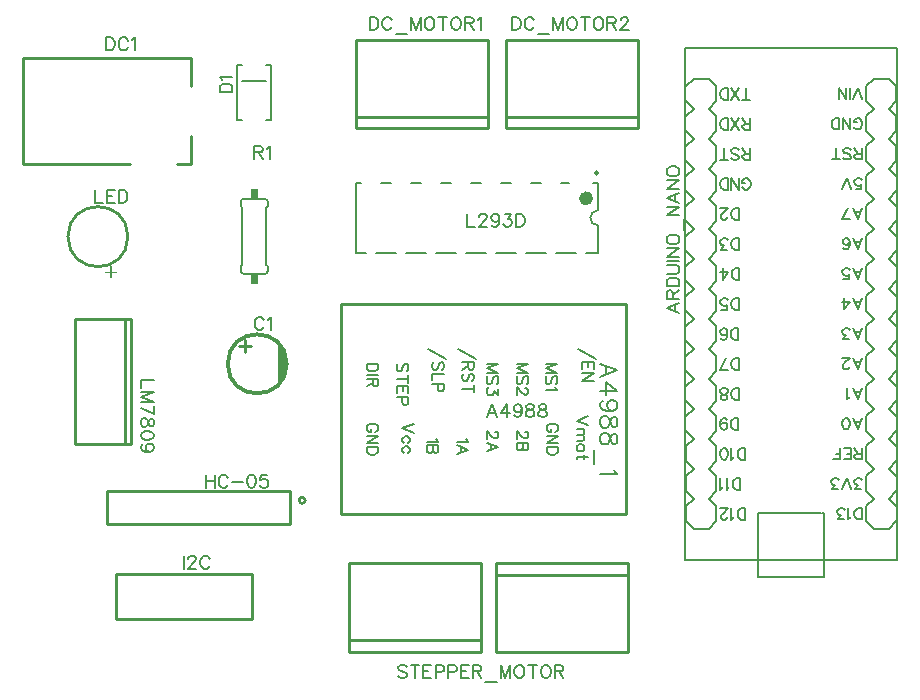
<source format=gto>
G04 Layer: TopSilkscreenLayer*
G04 EasyEDA v6.5.34, 2023-08-22 14:58:17*
G04 f83e431953fc400cbb41a7eecddf86f7,363aeda0569944ed908a43946366a132,10*
G04 Gerber Generator version 0.2*
G04 Scale: 100 percent, Rotated: No, Reflected: No *
G04 Dimensions in millimeters *
G04 leading zeros omitted , absolute positions ,4 integer and 5 decimal *
%FSLAX45Y45*%
%MOMM*%

%ADD10C,0.1524*%
%ADD11C,0.2032*%
%ADD12C,0.1500*%
%ADD13C,0.2540*%
%ADD14C,0.1520*%
%ADD15C,0.2000*%
%ADD16C,0.2500*%
%ADD17C,0.6000*%
%ADD18C,0.3000*%
%ADD19C,0.0166*%

%LPD*%
G36*
X1448409Y2132685D02*
G01*
X1448409Y2088235D01*
X1407007Y2088235D01*
X1407007Y2075789D01*
X1448409Y2075789D01*
X1448409Y2031085D01*
X1461871Y2031085D01*
X1461871Y2075789D01*
X1503273Y2075789D01*
X1503273Y2088235D01*
X1461871Y2088235D01*
X1461871Y2132685D01*
G37*
D10*
X4677156Y966215D02*
G01*
X4635500Y857250D01*
X4677156Y966215D02*
G01*
X4718558Y857250D01*
X4650993Y893571D02*
G01*
X4703063Y893571D01*
X4804918Y966215D02*
G01*
X4752847Y893571D01*
X4830825Y893571D01*
X4804918Y966215D02*
G01*
X4804918Y857250D01*
X4932679Y929894D02*
G01*
X4927600Y914400D01*
X4917186Y903986D01*
X4901438Y898652D01*
X4896358Y898652D01*
X4880609Y903986D01*
X4870450Y914400D01*
X4865115Y929894D01*
X4865115Y934973D01*
X4870450Y950721D01*
X4880609Y961136D01*
X4896358Y966215D01*
X4901438Y966215D01*
X4917186Y961136D01*
X4927600Y950721D01*
X4932679Y929894D01*
X4932679Y903986D01*
X4927600Y877823D01*
X4917186Y862329D01*
X4901438Y857250D01*
X4891024Y857250D01*
X4875529Y862329D01*
X4870450Y872744D01*
X4992877Y966215D02*
G01*
X4977384Y961136D01*
X4972050Y950721D01*
X4972050Y940307D01*
X4977384Y929894D01*
X4987797Y924560D01*
X5008625Y919479D01*
X5024120Y914400D01*
X5034534Y903986D01*
X5039613Y893571D01*
X5039613Y877823D01*
X5034534Y867410D01*
X5029200Y862329D01*
X5013706Y857250D01*
X4992877Y857250D01*
X4977384Y862329D01*
X4972050Y867410D01*
X4966970Y877823D01*
X4966970Y893571D01*
X4972050Y903986D01*
X4982463Y914400D01*
X4998211Y919479D01*
X5019040Y924560D01*
X5029200Y929894D01*
X5034534Y940307D01*
X5034534Y950721D01*
X5029200Y961136D01*
X5013706Y966215D01*
X4992877Y966215D01*
X5100065Y966215D02*
G01*
X5084318Y961136D01*
X5079238Y950721D01*
X5079238Y940307D01*
X5084318Y929894D01*
X5094731Y924560D01*
X5115559Y919479D01*
X5131054Y914400D01*
X5141468Y903986D01*
X5146802Y893571D01*
X5146802Y877823D01*
X5141468Y867410D01*
X5136388Y862329D01*
X5120640Y857250D01*
X5100065Y857250D01*
X5084318Y862329D01*
X5079238Y867410D01*
X5073904Y877823D01*
X5073904Y893571D01*
X5079238Y903986D01*
X5089652Y914400D01*
X5105145Y919479D01*
X5125974Y924560D01*
X5136388Y929894D01*
X5141468Y940307D01*
X5141468Y950721D01*
X5136388Y961136D01*
X5120640Y966215D01*
X5100065Y966215D01*
D11*
X5741670Y1252728D02*
G01*
X5596381Y1308100D01*
X5741670Y1252728D02*
G01*
X5596381Y1197355D01*
X5644895Y1287271D02*
G01*
X5644895Y1217929D01*
X5741670Y1082294D02*
G01*
X5644895Y1151636D01*
X5644895Y1047750D01*
X5741670Y1082294D02*
G01*
X5596381Y1082294D01*
X5693409Y911860D02*
G01*
X5672581Y918718D01*
X5658611Y932687D01*
X5651754Y953515D01*
X5651754Y960373D01*
X5658611Y981202D01*
X5672581Y994918D01*
X5693409Y1002029D01*
X5700268Y1002029D01*
X5721095Y994918D01*
X5734811Y981202D01*
X5741670Y960373D01*
X5741670Y953515D01*
X5734811Y932687D01*
X5721095Y918718D01*
X5693409Y911860D01*
X5658611Y911860D01*
X5624068Y918718D01*
X5603240Y932687D01*
X5596381Y953515D01*
X5596381Y967231D01*
X5603240Y988060D01*
X5617209Y994918D01*
X5741670Y831595D02*
G01*
X5734811Y852170D01*
X5721095Y859281D01*
X5707125Y859281D01*
X5693409Y852170D01*
X5686297Y838454D01*
X5679440Y810768D01*
X5672581Y789939D01*
X5658611Y775970D01*
X5644895Y769112D01*
X5624068Y769112D01*
X5610097Y775970D01*
X5603240Y783081D01*
X5596381Y803910D01*
X5596381Y831595D01*
X5603240Y852170D01*
X5610097Y859281D01*
X5624068Y866139D01*
X5644895Y866139D01*
X5658611Y859281D01*
X5672581Y845312D01*
X5679440Y824484D01*
X5686297Y796797D01*
X5693409Y783081D01*
X5707125Y775970D01*
X5721095Y775970D01*
X5734811Y783081D01*
X5741670Y803910D01*
X5741670Y831595D01*
X5741670Y688847D02*
G01*
X5734811Y709676D01*
X5721095Y716534D01*
X5707125Y716534D01*
X5693409Y709676D01*
X5686297Y695705D01*
X5679440Y668020D01*
X5672581Y647192D01*
X5658611Y633476D01*
X5644895Y626363D01*
X5624068Y626363D01*
X5610097Y633476D01*
X5603240Y640334D01*
X5596381Y661162D01*
X5596381Y688847D01*
X5603240Y709676D01*
X5610097Y716534D01*
X5624068Y723392D01*
X5644895Y723392D01*
X5658611Y716534D01*
X5672581Y702563D01*
X5679440Y681989D01*
X5686297Y654050D01*
X5693409Y640334D01*
X5707125Y633476D01*
X5721095Y633476D01*
X5734811Y640334D01*
X5741670Y661162D01*
X5741670Y688847D01*
X5547868Y580644D02*
G01*
X5547868Y455929D01*
X5713984Y410210D02*
G01*
X5721095Y396494D01*
X5741670Y375665D01*
X5596381Y375665D01*
X5560059Y1352042D02*
G01*
X5412486Y1435100D01*
X5541772Y1321562D02*
G01*
X5444743Y1321562D01*
X5541772Y1321562D02*
G01*
X5541772Y1261363D01*
X5495543Y1321562D02*
G01*
X5495543Y1284478D01*
X5444743Y1321562D02*
G01*
X5444743Y1261363D01*
X5541772Y1230884D02*
G01*
X5444743Y1230884D01*
X5541772Y1230884D02*
G01*
X5444743Y1166368D01*
X5541772Y1166368D02*
G01*
X5444743Y1166368D01*
X5232400Y1308100D02*
G01*
X5135372Y1308100D01*
X5232400Y1308100D02*
G01*
X5135372Y1271270D01*
X5232400Y1234186D02*
G01*
X5135372Y1271270D01*
X5232400Y1234186D02*
G01*
X5135372Y1234186D01*
X5218684Y1139189D02*
G01*
X5227827Y1148334D01*
X5232400Y1162050D01*
X5232400Y1180592D01*
X5227827Y1194562D01*
X5218684Y1203705D01*
X5209286Y1203705D01*
X5200141Y1199134D01*
X5195570Y1194562D01*
X5190997Y1185163D01*
X5181600Y1157478D01*
X5177027Y1148334D01*
X5172456Y1143762D01*
X5163058Y1139189D01*
X5149341Y1139189D01*
X5140197Y1148334D01*
X5135372Y1162050D01*
X5135372Y1180592D01*
X5140197Y1194562D01*
X5149341Y1203705D01*
X5213858Y1108710D02*
G01*
X5218684Y1099312D01*
X5232400Y1085595D01*
X5135372Y1085595D01*
X4986530Y1308100D02*
G01*
X4889502Y1308100D01*
X4986530Y1308100D02*
G01*
X4889502Y1271270D01*
X4986530Y1234186D02*
G01*
X4889502Y1271270D01*
X4986530Y1234186D02*
G01*
X4889502Y1234186D01*
X4972814Y1139189D02*
G01*
X4981958Y1148334D01*
X4986530Y1162050D01*
X4986530Y1180592D01*
X4981958Y1194562D01*
X4972814Y1203705D01*
X4963416Y1203705D01*
X4954272Y1199134D01*
X4949700Y1194562D01*
X4945128Y1185163D01*
X4935730Y1157478D01*
X4931158Y1148334D01*
X4926586Y1143762D01*
X4917188Y1139189D01*
X4903472Y1139189D01*
X4894328Y1148334D01*
X4889502Y1162050D01*
X4889502Y1180592D01*
X4894328Y1194562D01*
X4903472Y1203705D01*
X4963416Y1103884D02*
G01*
X4967988Y1103884D01*
X4977386Y1099312D01*
X4981958Y1094739D01*
X4986530Y1085595D01*
X4986530Y1067054D01*
X4981958Y1057910D01*
X4977386Y1053084D01*
X4967988Y1048512D01*
X4958844Y1048512D01*
X4949700Y1053084D01*
X4935730Y1062481D01*
X4889502Y1108710D01*
X4889502Y1043939D01*
X4732530Y1308100D02*
G01*
X4635502Y1308100D01*
X4732530Y1308100D02*
G01*
X4635502Y1271270D01*
X4732530Y1234186D02*
G01*
X4635502Y1271270D01*
X4732530Y1234186D02*
G01*
X4635502Y1234186D01*
X4718814Y1139189D02*
G01*
X4727958Y1148334D01*
X4732530Y1162050D01*
X4732530Y1180592D01*
X4727958Y1194562D01*
X4718814Y1203705D01*
X4709416Y1203705D01*
X4700272Y1199134D01*
X4695700Y1194562D01*
X4691128Y1185163D01*
X4681730Y1157478D01*
X4677158Y1148334D01*
X4672586Y1143762D01*
X4663188Y1139189D01*
X4649472Y1139189D01*
X4640328Y1148334D01*
X4635502Y1162050D01*
X4635502Y1180592D01*
X4640328Y1194562D01*
X4649472Y1203705D01*
X4732530Y1099312D02*
G01*
X4732530Y1048512D01*
X4695700Y1076197D01*
X4695700Y1062481D01*
X4691128Y1053084D01*
X4686302Y1048512D01*
X4672586Y1043939D01*
X4663188Y1043939D01*
X4649472Y1048512D01*
X4640328Y1057910D01*
X4635502Y1071626D01*
X4635502Y1085595D01*
X4640328Y1099312D01*
X4644900Y1103884D01*
X4654044Y1108710D01*
X4544059Y1352042D02*
G01*
X4396486Y1435100D01*
X4525772Y1321562D02*
G01*
X4428743Y1321562D01*
X4525772Y1321562D02*
G01*
X4525772Y1279905D01*
X4520945Y1266189D01*
X4516374Y1261363D01*
X4507229Y1256792D01*
X4498086Y1256792D01*
X4488688Y1261363D01*
X4484115Y1266189D01*
X4479543Y1279905D01*
X4479543Y1321562D01*
X4479543Y1289050D02*
G01*
X4428743Y1256792D01*
X4511802Y1161795D02*
G01*
X4520945Y1170939D01*
X4525772Y1184910D01*
X4525772Y1203197D01*
X4520945Y1217168D01*
X4511802Y1226312D01*
X4502658Y1226312D01*
X4493259Y1221739D01*
X4488688Y1217168D01*
X4484115Y1207770D01*
X4474972Y1180084D01*
X4470145Y1170939D01*
X4465574Y1166368D01*
X4456429Y1161795D01*
X4442459Y1161795D01*
X4433315Y1170939D01*
X4428743Y1184910D01*
X4428743Y1203197D01*
X4433315Y1217168D01*
X4442459Y1226312D01*
X4525772Y1098804D02*
G01*
X4428743Y1098804D01*
X4525772Y1131315D02*
G01*
X4525772Y1066545D01*
X4290059Y1352042D02*
G01*
X4142486Y1435100D01*
X4257802Y1256792D02*
G01*
X4266945Y1266189D01*
X4271772Y1279905D01*
X4271772Y1298447D01*
X4266945Y1312163D01*
X4257802Y1321562D01*
X4248658Y1321562D01*
X4239259Y1316989D01*
X4234688Y1312163D01*
X4230115Y1303020D01*
X4220972Y1275334D01*
X4216145Y1266189D01*
X4211574Y1261363D01*
X4202429Y1256792D01*
X4188459Y1256792D01*
X4179315Y1266189D01*
X4174743Y1279905D01*
X4174743Y1298447D01*
X4179315Y1312163D01*
X4188459Y1321562D01*
X4271772Y1226312D02*
G01*
X4174743Y1226312D01*
X4174743Y1226312D02*
G01*
X4174743Y1170939D01*
X4271772Y1140460D02*
G01*
X4174743Y1140460D01*
X4271772Y1140460D02*
G01*
X4271772Y1098804D01*
X4266945Y1085087D01*
X4262374Y1080515D01*
X4253229Y1075689D01*
X4239259Y1075689D01*
X4230115Y1080515D01*
X4225543Y1085087D01*
X4220972Y1098804D01*
X4220972Y1140460D01*
X3956814Y1243329D02*
G01*
X3965958Y1252728D01*
X3970530Y1266444D01*
X3970530Y1284986D01*
X3965958Y1298955D01*
X3956814Y1308100D01*
X3947416Y1308100D01*
X3938272Y1303528D01*
X3933700Y1298955D01*
X3929128Y1289557D01*
X3919730Y1261871D01*
X3915158Y1252728D01*
X3910586Y1248155D01*
X3901188Y1243329D01*
X3887472Y1243329D01*
X3878328Y1252728D01*
X3873502Y1266444D01*
X3873502Y1284986D01*
X3878328Y1298955D01*
X3887472Y1308100D01*
X3970530Y1180592D02*
G01*
X3873502Y1180592D01*
X3970530Y1212850D02*
G01*
X3970530Y1148334D01*
X3970530Y1117854D02*
G01*
X3873502Y1117854D01*
X3970530Y1117854D02*
G01*
X3970530Y1057910D01*
X3924302Y1117854D02*
G01*
X3924302Y1080770D01*
X3873502Y1117854D02*
G01*
X3873502Y1057910D01*
X3970530Y1027429D02*
G01*
X3873502Y1027429D01*
X3970530Y1027429D02*
G01*
X3970530Y985773D01*
X3965958Y971804D01*
X3961386Y967231D01*
X3951988Y962660D01*
X3938272Y962660D01*
X3929128Y967231D01*
X3924302Y971804D01*
X3919730Y985773D01*
X3919730Y1027429D01*
X3716530Y1308100D02*
G01*
X3619502Y1308100D01*
X3716530Y1308100D02*
G01*
X3716530Y1275842D01*
X3711958Y1261871D01*
X3702814Y1252728D01*
X3693416Y1248155D01*
X3679700Y1243329D01*
X3656586Y1243329D01*
X3642616Y1248155D01*
X3633472Y1252728D01*
X3624328Y1261871D01*
X3619502Y1275842D01*
X3619502Y1308100D01*
X3716530Y1212850D02*
G01*
X3619502Y1212850D01*
X3716530Y1182370D02*
G01*
X3619502Y1182370D01*
X3716530Y1182370D02*
G01*
X3716530Y1140968D01*
X3711958Y1126997D01*
X3707386Y1122426D01*
X3697988Y1117854D01*
X3688844Y1117854D01*
X3679700Y1122426D01*
X3675128Y1126997D01*
X3670302Y1140968D01*
X3670302Y1182370D01*
X3670302Y1150112D02*
G01*
X3619502Y1117854D01*
X5494530Y863600D02*
G01*
X5397502Y826770D01*
X5494530Y789686D02*
G01*
X5397502Y826770D01*
X5462272Y759205D02*
G01*
X5397502Y759205D01*
X5443730Y759205D02*
G01*
X5457700Y745489D01*
X5462272Y736092D01*
X5462272Y722376D01*
X5457700Y712978D01*
X5443730Y708405D01*
X5397502Y708405D01*
X5443730Y708405D02*
G01*
X5457700Y694689D01*
X5462272Y685292D01*
X5462272Y671576D01*
X5457700Y662178D01*
X5443730Y657605D01*
X5397502Y657605D01*
X5462272Y604012D02*
G01*
X5457700Y613410D01*
X5448302Y622554D01*
X5434586Y627126D01*
X5425188Y627126D01*
X5411472Y622554D01*
X5402328Y613410D01*
X5397502Y604012D01*
X5397502Y590295D01*
X5402328Y580897D01*
X5411472Y571754D01*
X5425188Y567181D01*
X5434586Y567181D01*
X5448302Y571754D01*
X5457700Y580897D01*
X5462272Y590295D01*
X5462272Y604012D01*
X5494530Y522731D02*
G01*
X5416044Y522731D01*
X5402328Y518160D01*
X5397502Y509015D01*
X5397502Y499618D01*
X5462272Y536702D02*
G01*
X5462272Y504189D01*
X5217413Y730757D02*
G01*
X5226811Y735329D01*
X5235956Y744728D01*
X5240527Y753871D01*
X5240527Y772413D01*
X5235956Y781557D01*
X5226811Y790955D01*
X5217413Y795528D01*
X5203697Y800100D01*
X5180584Y800100D01*
X5166613Y795528D01*
X5157470Y790955D01*
X5148325Y781557D01*
X5143500Y772413D01*
X5143500Y753871D01*
X5148325Y744728D01*
X5157470Y735329D01*
X5166613Y730757D01*
X5180584Y730757D01*
X5180584Y753871D02*
G01*
X5180584Y730757D01*
X5240527Y700278D02*
G01*
X5143500Y700278D01*
X5240527Y700278D02*
G01*
X5143500Y635762D01*
X5240527Y635762D02*
G01*
X5143500Y635762D01*
X5240527Y605281D02*
G01*
X5143500Y605281D01*
X5240527Y605281D02*
G01*
X5240527Y572770D01*
X5235956Y559054D01*
X5226811Y549910D01*
X5217413Y545084D01*
X5203697Y540512D01*
X5180584Y540512D01*
X5166613Y545084D01*
X5157470Y549910D01*
X5148325Y559054D01*
X5143500Y572770D01*
X5143500Y605281D01*
X4963416Y732028D02*
G01*
X4967988Y732028D01*
X4977386Y727455D01*
X4981958Y722629D01*
X4986530Y713486D01*
X4986530Y694944D01*
X4981958Y685800D01*
X4977386Y681228D01*
X4967988Y676655D01*
X4958844Y676655D01*
X4949700Y681228D01*
X4935730Y690371D01*
X4889502Y736600D01*
X4889502Y671829D01*
X4986530Y641350D02*
G01*
X4889502Y641350D01*
X4986530Y641350D02*
G01*
X4986530Y599947D01*
X4981958Y585978D01*
X4977386Y581405D01*
X4967988Y576834D01*
X4958844Y576834D01*
X4949700Y581405D01*
X4945128Y585978D01*
X4940302Y599947D01*
X4940302Y641350D02*
G01*
X4940302Y599947D01*
X4935730Y585978D01*
X4931158Y581405D01*
X4922014Y576834D01*
X4908044Y576834D01*
X4898900Y581405D01*
X4894328Y585978D01*
X4889502Y599947D01*
X4889502Y641350D01*
X4709416Y732028D02*
G01*
X4713988Y732028D01*
X4723386Y727455D01*
X4727958Y722629D01*
X4732530Y713486D01*
X4732530Y694944D01*
X4727958Y685800D01*
X4723386Y681228D01*
X4713988Y676655D01*
X4704844Y676655D01*
X4695700Y681228D01*
X4681730Y690371D01*
X4635502Y736600D01*
X4635502Y671829D01*
X4732530Y604520D02*
G01*
X4635502Y641350D01*
X4732530Y604520D02*
G01*
X4635502Y567689D01*
X4668014Y627634D02*
G01*
X4668014Y581405D01*
X4459988Y673100D02*
G01*
X4464814Y663955D01*
X4478530Y649986D01*
X4381502Y649986D01*
X4478530Y582676D02*
G01*
X4381502Y619505D01*
X4478530Y582676D02*
G01*
X4381502Y545592D01*
X4414014Y605789D02*
G01*
X4414014Y559562D01*
X4205988Y673100D02*
G01*
X4210814Y663955D01*
X4224530Y649986D01*
X4127502Y649986D01*
X4224530Y619505D02*
G01*
X4127502Y619505D01*
X4224530Y619505D02*
G01*
X4224530Y577850D01*
X4219958Y564134D01*
X4215386Y559562D01*
X4205988Y554989D01*
X4196844Y554989D01*
X4187700Y559562D01*
X4183128Y564134D01*
X4178302Y577850D01*
X4178302Y619505D02*
G01*
X4178302Y577850D01*
X4173730Y564134D01*
X4169158Y559562D01*
X4160014Y554989D01*
X4146044Y554989D01*
X4136900Y559562D01*
X4132328Y564134D01*
X4127502Y577850D01*
X4127502Y619505D01*
X4017772Y800100D02*
G01*
X3920743Y763270D01*
X4017772Y726186D02*
G01*
X3920743Y763270D01*
X3971543Y640334D02*
G01*
X3980688Y649478D01*
X3985259Y658876D01*
X3985259Y672592D01*
X3980688Y681989D01*
X3971543Y691134D01*
X3957574Y695705D01*
X3948429Y695705D01*
X3934459Y691134D01*
X3925315Y681989D01*
X3920743Y672592D01*
X3920743Y658876D01*
X3925315Y649478D01*
X3934459Y640334D01*
X3971543Y554481D02*
G01*
X3980688Y563626D01*
X3985259Y572770D01*
X3985259Y586739D01*
X3980688Y595884D01*
X3971543Y605281D01*
X3957574Y609854D01*
X3948429Y609854D01*
X3934459Y605281D01*
X3925315Y595884D01*
X3920743Y586739D01*
X3920743Y572770D01*
X3925315Y563626D01*
X3934459Y554481D01*
X3693416Y730757D02*
G01*
X3702814Y735329D01*
X3711958Y744728D01*
X3716530Y753871D01*
X3716530Y772413D01*
X3711958Y781557D01*
X3702814Y790955D01*
X3693416Y795528D01*
X3679700Y800100D01*
X3656586Y800100D01*
X3642616Y795528D01*
X3633472Y790955D01*
X3624328Y781557D01*
X3619502Y772413D01*
X3619502Y753871D01*
X3624328Y744728D01*
X3633472Y735329D01*
X3642616Y730757D01*
X3656586Y730757D01*
X3656586Y753871D02*
G01*
X3656586Y730757D01*
X3716530Y700278D02*
G01*
X3619502Y700278D01*
X3716530Y700278D02*
G01*
X3619502Y635762D01*
X3716530Y635762D02*
G01*
X3619502Y635762D01*
X3716530Y605281D02*
G01*
X3619502Y605281D01*
X3716530Y605281D02*
G01*
X3716530Y572770D01*
X3711958Y559054D01*
X3702814Y549910D01*
X3693416Y545084D01*
X3679700Y540512D01*
X3656586Y540512D01*
X3642616Y545084D01*
X3633472Y549910D01*
X3624328Y559054D01*
X3619502Y572770D01*
X3619502Y605281D01*
D10*
X6158484Y1781555D02*
G01*
X6267450Y1739900D01*
X6158484Y1781555D02*
G01*
X6267450Y1822957D01*
X6231127Y1755394D02*
G01*
X6231127Y1807463D01*
X6158484Y1857247D02*
G01*
X6267450Y1857247D01*
X6158484Y1857247D02*
G01*
X6158484Y1903984D01*
X6163563Y1919731D01*
X6168897Y1924812D01*
X6179311Y1930145D01*
X6189725Y1930145D01*
X6200140Y1924812D01*
X6205220Y1919731D01*
X6210300Y1903984D01*
X6210300Y1857247D01*
X6210300Y1893570D02*
G01*
X6267450Y1930145D01*
X6158484Y1964436D02*
G01*
X6267450Y1964436D01*
X6158484Y1964436D02*
G01*
X6158484Y2000757D01*
X6163563Y2016252D01*
X6173977Y2026665D01*
X6184391Y2032000D01*
X6200140Y2037079D01*
X6226047Y2037079D01*
X6241541Y2032000D01*
X6251956Y2026665D01*
X6262370Y2016252D01*
X6267450Y2000757D01*
X6267450Y1964436D01*
X6158484Y2071370D02*
G01*
X6236461Y2071370D01*
X6251956Y2076450D01*
X6262370Y2086863D01*
X6267450Y2102612D01*
X6267450Y2113026D01*
X6262370Y2128520D01*
X6251956Y2138934D01*
X6236461Y2144013D01*
X6158484Y2144013D01*
X6158484Y2178304D02*
G01*
X6267450Y2178304D01*
X6158484Y2212594D02*
G01*
X6267450Y2212594D01*
X6158484Y2212594D02*
G01*
X6267450Y2285492D01*
X6158484Y2285492D02*
G01*
X6267450Y2285492D01*
X6158484Y2350770D02*
G01*
X6163563Y2340610D01*
X6173977Y2330195D01*
X6184391Y2324862D01*
X6200140Y2319781D01*
X6226047Y2319781D01*
X6241541Y2324862D01*
X6251956Y2330195D01*
X6262370Y2340610D01*
X6267450Y2350770D01*
X6267450Y2371597D01*
X6262370Y2382012D01*
X6251956Y2392426D01*
X6241541Y2397760D01*
X6226047Y2402839D01*
X6200140Y2402839D01*
X6184391Y2397760D01*
X6173977Y2392426D01*
X6163563Y2382012D01*
X6158484Y2371597D01*
X6158484Y2350770D01*
X6304025Y2437129D02*
G01*
X6304025Y2530602D01*
X6158484Y2564892D02*
G01*
X6267450Y2564892D01*
X6158484Y2564892D02*
G01*
X6267450Y2637789D01*
X6158484Y2637789D02*
G01*
X6267450Y2637789D01*
X6158484Y2713481D02*
G01*
X6267450Y2672079D01*
X6158484Y2713481D02*
G01*
X6267450Y2755137D01*
X6231127Y2687573D02*
G01*
X6231127Y2739389D01*
X6158484Y2789428D02*
G01*
X6267450Y2789428D01*
X6158484Y2789428D02*
G01*
X6267450Y2862071D01*
X6158484Y2862071D02*
G01*
X6267450Y2862071D01*
X6158484Y2927604D02*
G01*
X6163563Y2917189D01*
X6173977Y2906776D01*
X6184391Y2901695D01*
X6200140Y2896362D01*
X6226047Y2896362D01*
X6241541Y2901695D01*
X6251956Y2906776D01*
X6262370Y2917189D01*
X6267450Y2927604D01*
X6267450Y2948431D01*
X6262370Y2958845D01*
X6251956Y2969260D01*
X6241541Y2974339D01*
X6226047Y2979420D01*
X6200140Y2979420D01*
X6184391Y2974339D01*
X6173977Y2969260D01*
X6163563Y2958845D01*
X6158484Y2948431D01*
X6158484Y2927604D01*
D12*
X7812605Y-7937D02*
G01*
X7812605Y87566D01*
X7812605Y-7937D02*
G01*
X7780855Y-7937D01*
X7767139Y-3365D01*
X7757995Y5524D01*
X7753423Y14668D01*
X7748851Y28384D01*
X7748851Y50990D01*
X7753423Y64706D01*
X7757995Y73850D01*
X7767139Y82994D01*
X7780855Y87566D01*
X7812605Y87566D01*
X7718879Y10096D02*
G01*
X7709989Y5524D01*
X7696273Y-7937D01*
X7696273Y87566D01*
X7657157Y-7937D02*
G01*
X7607119Y-7937D01*
X7634297Y28384D01*
X7620835Y28384D01*
X7611691Y32956D01*
X7607119Y37528D01*
X7602547Y50990D01*
X7602547Y60134D01*
X7607119Y73850D01*
X7616263Y82994D01*
X7629979Y87566D01*
X7643441Y87566D01*
X7657157Y82994D01*
X7661729Y78422D01*
X7666301Y69278D01*
X7803466Y246057D02*
G01*
X7753428Y246057D01*
X7780860Y282379D01*
X7767144Y282379D01*
X7758000Y286951D01*
X7753428Y291523D01*
X7748856Y304985D01*
X7748856Y314129D01*
X7753428Y327845D01*
X7762572Y336989D01*
X7776288Y341561D01*
X7790004Y341561D01*
X7803466Y336989D01*
X7808038Y332417D01*
X7812610Y323273D01*
X7718884Y246057D02*
G01*
X7682562Y341561D01*
X7646240Y246057D02*
G01*
X7682562Y341561D01*
X7607124Y246057D02*
G01*
X7557086Y246057D01*
X7584518Y282379D01*
X7570802Y282379D01*
X7561658Y286951D01*
X7557086Y291523D01*
X7552514Y304985D01*
X7552514Y314129D01*
X7557086Y327845D01*
X7566230Y336989D01*
X7579946Y341561D01*
X7593408Y341561D01*
X7607124Y336989D01*
X7611696Y332417D01*
X7616268Y323273D01*
X7812610Y500057D02*
G01*
X7812610Y595561D01*
X7812610Y500057D02*
G01*
X7771716Y500057D01*
X7758000Y504629D01*
X7753428Y509201D01*
X7748856Y518091D01*
X7748856Y527235D01*
X7753428Y536379D01*
X7758000Y540951D01*
X7771716Y545523D01*
X7812610Y545523D01*
X7780860Y545523D02*
G01*
X7748856Y595561D01*
X7718884Y500057D02*
G01*
X7718884Y595561D01*
X7718884Y500057D02*
G01*
X7659956Y500057D01*
X7718884Y545523D02*
G01*
X7682562Y545523D01*
X7718884Y595561D02*
G01*
X7659956Y595561D01*
X7629984Y500057D02*
G01*
X7629984Y595561D01*
X7629984Y500057D02*
G01*
X7570802Y500057D01*
X7629984Y545523D02*
G01*
X7593408Y545523D01*
X7776286Y754059D02*
G01*
X7812608Y849563D01*
X7776286Y754059D02*
G01*
X7739964Y849563D01*
X7798892Y817559D02*
G01*
X7753426Y817559D01*
X7682560Y754059D02*
G01*
X7696276Y758631D01*
X7705420Y772093D01*
X7709992Y794953D01*
X7709992Y808415D01*
X7705420Y831275D01*
X7696276Y844991D01*
X7682560Y849563D01*
X7673416Y849563D01*
X7659954Y844991D01*
X7650810Y831275D01*
X7646238Y808415D01*
X7646238Y794953D01*
X7650810Y772093D01*
X7659954Y758631D01*
X7673416Y754059D01*
X7682560Y754059D01*
X7776288Y1008057D02*
G01*
X7812610Y1103561D01*
X7776288Y1008057D02*
G01*
X7739966Y1103561D01*
X7798894Y1071557D02*
G01*
X7753428Y1071557D01*
X7709994Y1026091D02*
G01*
X7700850Y1021519D01*
X7687134Y1008057D01*
X7687134Y1103561D01*
X7776286Y1262059D02*
G01*
X7812608Y1357563D01*
X7776286Y1262059D02*
G01*
X7739964Y1357563D01*
X7798892Y1325559D02*
G01*
X7753426Y1325559D01*
X7705420Y1284665D02*
G01*
X7705420Y1280093D01*
X7700848Y1271203D01*
X7696276Y1266631D01*
X7687132Y1262059D01*
X7669098Y1262059D01*
X7659954Y1266631D01*
X7655382Y1271203D01*
X7650810Y1280093D01*
X7650810Y1289237D01*
X7655382Y1298381D01*
X7664526Y1312097D01*
X7709992Y1357563D01*
X7646238Y1357563D01*
X7776286Y1516059D02*
G01*
X7812608Y1611563D01*
X7776286Y1516059D02*
G01*
X7739964Y1611563D01*
X7798892Y1579559D02*
G01*
X7753426Y1579559D01*
X7700848Y1516059D02*
G01*
X7650810Y1516059D01*
X7677988Y1552381D01*
X7664526Y1552381D01*
X7655382Y1556953D01*
X7650810Y1561525D01*
X7646238Y1574987D01*
X7646238Y1584131D01*
X7650810Y1597847D01*
X7659954Y1606991D01*
X7673416Y1611563D01*
X7687132Y1611563D01*
X7700848Y1606991D01*
X7705420Y1602419D01*
X7709992Y1593275D01*
X7776283Y1770062D02*
G01*
X7812605Y1865566D01*
X7776283Y1770062D02*
G01*
X7739961Y1865566D01*
X7798889Y1833562D02*
G01*
X7753423Y1833562D01*
X7664523Y1770062D02*
G01*
X7709989Y1833562D01*
X7641663Y1833562D01*
X7664523Y1770062D02*
G01*
X7664523Y1865566D01*
X7776286Y2024059D02*
G01*
X7812608Y2119563D01*
X7776286Y2024059D02*
G01*
X7739964Y2119563D01*
X7798892Y2087559D02*
G01*
X7753426Y2087559D01*
X7655382Y2024059D02*
G01*
X7700848Y2024059D01*
X7705420Y2064953D01*
X7700848Y2060381D01*
X7687132Y2055809D01*
X7673416Y2055809D01*
X7659954Y2060381D01*
X7650810Y2069525D01*
X7646238Y2082987D01*
X7646238Y2092131D01*
X7650810Y2105847D01*
X7659954Y2114991D01*
X7673416Y2119563D01*
X7687132Y2119563D01*
X7700848Y2114991D01*
X7705420Y2110419D01*
X7709992Y2101275D01*
X7776283Y2278062D02*
G01*
X7812605Y2373566D01*
X7776283Y2278062D02*
G01*
X7739961Y2373566D01*
X7798889Y2341562D02*
G01*
X7753423Y2341562D01*
X7655379Y2291524D02*
G01*
X7659951Y2282634D01*
X7673413Y2278062D01*
X7682557Y2278062D01*
X7696273Y2282634D01*
X7705417Y2296096D01*
X7709989Y2318956D01*
X7709989Y2341562D01*
X7705417Y2359850D01*
X7696273Y2368994D01*
X7682557Y2373566D01*
X7677985Y2373566D01*
X7664523Y2368994D01*
X7655379Y2359850D01*
X7650807Y2346134D01*
X7650807Y2341562D01*
X7655379Y2328100D01*
X7664523Y2318956D01*
X7677985Y2314384D01*
X7682557Y2314384D01*
X7696273Y2318956D01*
X7705417Y2328100D01*
X7709989Y2341562D01*
X7776286Y2532059D02*
G01*
X7812608Y2627563D01*
X7776286Y2532059D02*
G01*
X7739964Y2627563D01*
X7798892Y2595559D02*
G01*
X7753426Y2595559D01*
X7646238Y2532059D02*
G01*
X7691704Y2627563D01*
X7709992Y2532059D02*
G01*
X7646238Y2532059D01*
X7757998Y2786059D02*
G01*
X7803464Y2786059D01*
X7808036Y2826953D01*
X7803464Y2822381D01*
X7790002Y2817809D01*
X7776286Y2817809D01*
X7762570Y2822381D01*
X7753426Y2831525D01*
X7748854Y2844987D01*
X7748854Y2854131D01*
X7753426Y2867847D01*
X7762570Y2876991D01*
X7776286Y2881563D01*
X7790002Y2881563D01*
X7803464Y2876991D01*
X7808036Y2872419D01*
X7812608Y2863275D01*
X7718882Y2786059D02*
G01*
X7682560Y2881563D01*
X7646238Y2786059D02*
G01*
X7682560Y2881563D01*
X7812610Y3040057D02*
G01*
X7812610Y3135561D01*
X7812610Y3040057D02*
G01*
X7771716Y3040057D01*
X7758000Y3044629D01*
X7753428Y3049201D01*
X7748856Y3058091D01*
X7748856Y3067235D01*
X7753428Y3076379D01*
X7758000Y3080951D01*
X7771716Y3085523D01*
X7812610Y3085523D01*
X7780860Y3085523D02*
G01*
X7748856Y3135561D01*
X7655384Y3053519D02*
G01*
X7664528Y3044629D01*
X7677990Y3040057D01*
X7696278Y3040057D01*
X7709994Y3044629D01*
X7718884Y3053519D01*
X7718884Y3062663D01*
X7714312Y3071807D01*
X7709994Y3076379D01*
X7700850Y3080951D01*
X7673418Y3090095D01*
X7664528Y3094413D01*
X7659956Y3098985D01*
X7655384Y3108129D01*
X7655384Y3121845D01*
X7664528Y3130989D01*
X7677990Y3135561D01*
X7696278Y3135561D01*
X7709994Y3130989D01*
X7718884Y3121845D01*
X7593408Y3040057D02*
G01*
X7593408Y3135561D01*
X7625412Y3040057D02*
G01*
X7561658Y3040057D01*
X7744536Y3316665D02*
G01*
X7748854Y3307521D01*
X7757998Y3298631D01*
X7767142Y3294059D01*
X7785430Y3294059D01*
X7794320Y3298631D01*
X7803464Y3307521D01*
X7808036Y3316665D01*
X7812608Y3330381D01*
X7812608Y3352987D01*
X7808036Y3366703D01*
X7803464Y3375847D01*
X7794320Y3384991D01*
X7785430Y3389563D01*
X7767142Y3389563D01*
X7757998Y3384991D01*
X7748854Y3375847D01*
X7744536Y3366703D01*
X7744536Y3352987D01*
X7767142Y3352987D02*
G01*
X7744536Y3352987D01*
X7714310Y3294059D02*
G01*
X7714310Y3389563D01*
X7714310Y3294059D02*
G01*
X7650810Y3389563D01*
X7650810Y3294059D02*
G01*
X7650810Y3389563D01*
X7620838Y3294059D02*
G01*
X7620838Y3389563D01*
X7620838Y3294059D02*
G01*
X7589088Y3294059D01*
X7575372Y3298631D01*
X7566228Y3307521D01*
X7561656Y3316665D01*
X7557084Y3330381D01*
X7557084Y3352987D01*
X7561656Y3366703D01*
X7566228Y3375847D01*
X7575372Y3384991D01*
X7589088Y3389563D01*
X7620838Y3389563D01*
X7812605Y3548062D02*
G01*
X7776283Y3643566D01*
X7739961Y3548062D02*
G01*
X7776283Y3643566D01*
X7709989Y3548062D02*
G01*
X7709989Y3643566D01*
X7679763Y3548062D02*
G01*
X7679763Y3643566D01*
X7679763Y3548062D02*
G01*
X7616263Y3643566D01*
X7616263Y3548062D02*
G01*
X7616263Y3643566D01*
X6823707Y-9941D02*
G01*
X6823707Y85562D01*
X6823707Y-9941D02*
G01*
X6791957Y-9941D01*
X6778241Y-5369D01*
X6769097Y3520D01*
X6764525Y12664D01*
X6759953Y26380D01*
X6759953Y48986D01*
X6764525Y62702D01*
X6769097Y71846D01*
X6778241Y80990D01*
X6791957Y85562D01*
X6823707Y85562D01*
X6729981Y8092D02*
G01*
X6721091Y3520D01*
X6707375Y-9941D01*
X6707375Y85562D01*
X6672831Y12664D02*
G01*
X6672831Y8092D01*
X6668259Y-797D01*
X6663687Y-5369D01*
X6654543Y-9941D01*
X6636509Y-9941D01*
X6627365Y-5369D01*
X6622793Y-797D01*
X6618221Y8092D01*
X6618221Y17236D01*
X6622793Y26380D01*
X6631937Y40096D01*
X6677403Y85562D01*
X6613649Y85562D01*
X6782813Y244055D02*
G01*
X6782813Y339559D01*
X6782813Y244055D02*
G01*
X6751063Y244055D01*
X6737347Y248627D01*
X6728203Y257517D01*
X6723631Y266661D01*
X6719059Y280377D01*
X6719059Y302983D01*
X6723631Y316699D01*
X6728203Y325843D01*
X6737347Y334987D01*
X6751063Y339559D01*
X6782813Y339559D01*
X6689087Y262089D02*
G01*
X6680197Y257517D01*
X6666481Y244055D01*
X6666481Y339559D01*
X6636509Y262089D02*
G01*
X6627365Y257517D01*
X6613649Y244055D01*
X6613649Y339559D01*
X6823707Y498058D02*
G01*
X6823707Y593562D01*
X6823707Y498058D02*
G01*
X6791957Y498058D01*
X6778241Y502630D01*
X6769097Y511520D01*
X6764525Y520664D01*
X6759953Y534380D01*
X6759953Y556986D01*
X6764525Y570702D01*
X6769097Y579846D01*
X6778241Y588990D01*
X6791957Y593562D01*
X6823707Y593562D01*
X6729981Y516092D02*
G01*
X6721091Y511520D01*
X6707375Y498058D01*
X6707375Y593562D01*
X6649971Y498058D02*
G01*
X6663687Y502630D01*
X6672831Y516092D01*
X6677403Y538952D01*
X6677403Y552414D01*
X6672831Y575274D01*
X6663687Y588990D01*
X6649971Y593562D01*
X6641081Y593562D01*
X6627365Y588990D01*
X6618221Y575274D01*
X6613649Y552414D01*
X6613649Y538952D01*
X6618221Y516092D01*
X6627365Y502630D01*
X6641081Y498058D01*
X6649971Y498058D01*
X6766303Y752058D02*
G01*
X6766303Y847562D01*
X6766303Y752058D02*
G01*
X6734553Y752058D01*
X6720837Y756630D01*
X6711693Y765520D01*
X6707121Y774664D01*
X6702549Y788380D01*
X6702549Y810986D01*
X6707121Y824702D01*
X6711693Y833846D01*
X6720837Y842990D01*
X6734553Y847562D01*
X6766303Y847562D01*
X6613649Y783808D02*
G01*
X6618221Y797524D01*
X6627111Y806414D01*
X6640827Y810986D01*
X6645399Y810986D01*
X6659115Y806414D01*
X6668005Y797524D01*
X6672577Y783808D01*
X6672577Y779236D01*
X6668005Y765520D01*
X6659115Y756630D01*
X6645399Y752058D01*
X6640827Y752058D01*
X6627111Y756630D01*
X6618221Y765520D01*
X6613649Y783808D01*
X6613649Y806414D01*
X6618221Y829274D01*
X6627111Y842990D01*
X6640827Y847562D01*
X6649971Y847562D01*
X6663687Y842990D01*
X6668005Y833846D01*
X6770875Y1006055D02*
G01*
X6770875Y1101559D01*
X6770875Y1006055D02*
G01*
X6739125Y1006055D01*
X6725409Y1010627D01*
X6716265Y1019517D01*
X6711693Y1028661D01*
X6707121Y1042377D01*
X6707121Y1064983D01*
X6711693Y1078699D01*
X6716265Y1087843D01*
X6725409Y1096987D01*
X6739125Y1101559D01*
X6770875Y1101559D01*
X6654543Y1006055D02*
G01*
X6668259Y1010627D01*
X6672577Y1019517D01*
X6672577Y1028661D01*
X6668259Y1037805D01*
X6659115Y1042377D01*
X6640827Y1046949D01*
X6627365Y1051521D01*
X6618221Y1060411D01*
X6613649Y1069555D01*
X6613649Y1083271D01*
X6618221Y1092415D01*
X6622793Y1096987D01*
X6636255Y1101559D01*
X6654543Y1101559D01*
X6668259Y1096987D01*
X6672577Y1092415D01*
X6677149Y1083271D01*
X6677149Y1069555D01*
X6672577Y1060411D01*
X6663687Y1051521D01*
X6649971Y1046949D01*
X6631683Y1042377D01*
X6622793Y1037805D01*
X6618221Y1028661D01*
X6618221Y1019517D01*
X6622793Y1010627D01*
X6636255Y1006055D01*
X6654543Y1006055D01*
X6770875Y1260058D02*
G01*
X6770875Y1355562D01*
X6770875Y1260058D02*
G01*
X6739125Y1260058D01*
X6725409Y1264630D01*
X6716265Y1273520D01*
X6711693Y1282664D01*
X6707121Y1296380D01*
X6707121Y1318986D01*
X6711693Y1332702D01*
X6716265Y1341846D01*
X6725409Y1350990D01*
X6739125Y1355562D01*
X6770875Y1355562D01*
X6613649Y1260058D02*
G01*
X6659115Y1355562D01*
X6677149Y1260058D02*
G01*
X6613649Y1260058D01*
X6766303Y1514058D02*
G01*
X6766303Y1609562D01*
X6766303Y1514058D02*
G01*
X6734553Y1514058D01*
X6720837Y1518630D01*
X6711693Y1527520D01*
X6707121Y1536664D01*
X6702549Y1550380D01*
X6702549Y1572986D01*
X6707121Y1586702D01*
X6711693Y1595846D01*
X6720837Y1604990D01*
X6734553Y1609562D01*
X6766303Y1609562D01*
X6618221Y1527520D02*
G01*
X6622793Y1518630D01*
X6636255Y1514058D01*
X6645399Y1514058D01*
X6659115Y1518630D01*
X6668005Y1532092D01*
X6672577Y1554952D01*
X6672577Y1577558D01*
X6668005Y1595846D01*
X6659115Y1604990D01*
X6645399Y1609562D01*
X6640827Y1609562D01*
X6627111Y1604990D01*
X6618221Y1595846D01*
X6613649Y1582130D01*
X6613649Y1577558D01*
X6618221Y1564096D01*
X6627111Y1554952D01*
X6640827Y1550380D01*
X6645399Y1550380D01*
X6659115Y1554952D01*
X6668005Y1564096D01*
X6672577Y1577558D01*
X6770875Y1768055D02*
G01*
X6770875Y1863559D01*
X6770875Y1768055D02*
G01*
X6739125Y1768055D01*
X6725409Y1772627D01*
X6716265Y1781517D01*
X6711693Y1790661D01*
X6707121Y1804377D01*
X6707121Y1826983D01*
X6711693Y1840699D01*
X6716265Y1849843D01*
X6725409Y1858987D01*
X6739125Y1863559D01*
X6770875Y1863559D01*
X6622793Y1768055D02*
G01*
X6668259Y1768055D01*
X6672577Y1808949D01*
X6668259Y1804377D01*
X6654543Y1799805D01*
X6640827Y1799805D01*
X6627365Y1804377D01*
X6618221Y1813521D01*
X6613649Y1826983D01*
X6613649Y1836127D01*
X6618221Y1849843D01*
X6627365Y1858987D01*
X6640827Y1863559D01*
X6654543Y1863559D01*
X6668259Y1858987D01*
X6672577Y1854415D01*
X6677149Y1845271D01*
X6775447Y2022058D02*
G01*
X6775447Y2117562D01*
X6775447Y2022058D02*
G01*
X6743697Y2022058D01*
X6729981Y2026630D01*
X6720837Y2035520D01*
X6716265Y2044664D01*
X6711693Y2058380D01*
X6711693Y2080986D01*
X6716265Y2094702D01*
X6720837Y2103846D01*
X6729981Y2112990D01*
X6743697Y2117562D01*
X6775447Y2117562D01*
X6636255Y2022058D02*
G01*
X6681721Y2085558D01*
X6613649Y2085558D01*
X6636255Y2022058D02*
G01*
X6636255Y2117562D01*
X6770875Y2276058D02*
G01*
X6770875Y2371562D01*
X6770875Y2276058D02*
G01*
X6739125Y2276058D01*
X6725409Y2280630D01*
X6716265Y2289520D01*
X6711693Y2298664D01*
X6707121Y2312380D01*
X6707121Y2334986D01*
X6711693Y2348702D01*
X6716265Y2357846D01*
X6725409Y2366990D01*
X6739125Y2371562D01*
X6770875Y2371562D01*
X6668259Y2276058D02*
G01*
X6618221Y2276058D01*
X6645399Y2312380D01*
X6631683Y2312380D01*
X6622793Y2316952D01*
X6618221Y2321524D01*
X6613649Y2334986D01*
X6613649Y2344130D01*
X6618221Y2357846D01*
X6627365Y2366990D01*
X6640827Y2371562D01*
X6654543Y2371562D01*
X6668259Y2366990D01*
X6672577Y2362418D01*
X6677149Y2353274D01*
X6770875Y2530055D02*
G01*
X6770875Y2625559D01*
X6770875Y2530055D02*
G01*
X6739125Y2530055D01*
X6725409Y2534627D01*
X6716265Y2543517D01*
X6711693Y2552661D01*
X6707121Y2566377D01*
X6707121Y2588983D01*
X6711693Y2602699D01*
X6716265Y2611843D01*
X6725409Y2620987D01*
X6739125Y2625559D01*
X6770875Y2625559D01*
X6672577Y2552661D02*
G01*
X6672577Y2548089D01*
X6668259Y2539199D01*
X6663687Y2534627D01*
X6654543Y2530055D01*
X6636255Y2530055D01*
X6627365Y2534627D01*
X6622793Y2539199D01*
X6618221Y2548089D01*
X6618221Y2557233D01*
X6622793Y2566377D01*
X6631683Y2580093D01*
X6677149Y2625559D01*
X6613649Y2625559D01*
X6801101Y2806664D02*
G01*
X6805419Y2797520D01*
X6814563Y2788630D01*
X6823707Y2784058D01*
X6841995Y2784058D01*
X6850885Y2788630D01*
X6860029Y2797520D01*
X6864601Y2806664D01*
X6869173Y2820380D01*
X6869173Y2842986D01*
X6864601Y2856702D01*
X6860029Y2865846D01*
X6850885Y2874990D01*
X6841995Y2879562D01*
X6823707Y2879562D01*
X6814563Y2874990D01*
X6805419Y2865846D01*
X6801101Y2856702D01*
X6801101Y2842986D01*
X6823707Y2842986D02*
G01*
X6801101Y2842986D01*
X6770875Y2784058D02*
G01*
X6770875Y2879562D01*
X6770875Y2784058D02*
G01*
X6707375Y2879562D01*
X6707375Y2784058D02*
G01*
X6707375Y2879562D01*
X6677403Y2784058D02*
G01*
X6677403Y2879562D01*
X6677403Y2784058D02*
G01*
X6645653Y2784058D01*
X6631937Y2788630D01*
X6622793Y2797520D01*
X6618221Y2806664D01*
X6613649Y2820380D01*
X6613649Y2842986D01*
X6618221Y2856702D01*
X6622793Y2865846D01*
X6631937Y2874990D01*
X6645653Y2879562D01*
X6677403Y2879562D01*
X6864601Y3038058D02*
G01*
X6864601Y3133562D01*
X6864601Y3038058D02*
G01*
X6823707Y3038058D01*
X6809991Y3042630D01*
X6805419Y3047202D01*
X6800847Y3056092D01*
X6800847Y3065236D01*
X6805419Y3074380D01*
X6809991Y3078952D01*
X6823707Y3083524D01*
X6864601Y3083524D01*
X6832851Y3083524D02*
G01*
X6800847Y3133562D01*
X6707375Y3051520D02*
G01*
X6716519Y3042630D01*
X6729981Y3038058D01*
X6748269Y3038058D01*
X6761985Y3042630D01*
X6770875Y3051520D01*
X6770875Y3060664D01*
X6766303Y3069808D01*
X6761985Y3074380D01*
X6752841Y3078952D01*
X6725409Y3088096D01*
X6716519Y3092414D01*
X6711947Y3096986D01*
X6707375Y3106130D01*
X6707375Y3119846D01*
X6716519Y3128990D01*
X6729981Y3133562D01*
X6748269Y3133562D01*
X6761985Y3128990D01*
X6770875Y3119846D01*
X6645399Y3038058D02*
G01*
X6645399Y3133562D01*
X6677403Y3038058D02*
G01*
X6613649Y3038058D01*
X6864601Y3292055D02*
G01*
X6864601Y3387559D01*
X6864601Y3292055D02*
G01*
X6823707Y3292055D01*
X6809991Y3296627D01*
X6805419Y3301199D01*
X6800847Y3310089D01*
X6800847Y3319233D01*
X6805419Y3328377D01*
X6809991Y3332949D01*
X6823707Y3337521D01*
X6864601Y3337521D01*
X6832851Y3337521D02*
G01*
X6800847Y3387559D01*
X6770875Y3292055D02*
G01*
X6707375Y3387559D01*
X6707375Y3292055D02*
G01*
X6770875Y3387559D01*
X6677403Y3292055D02*
G01*
X6677403Y3387559D01*
X6677403Y3292055D02*
G01*
X6645399Y3292055D01*
X6631937Y3296627D01*
X6622793Y3305517D01*
X6618221Y3314661D01*
X6613649Y3328377D01*
X6613649Y3350983D01*
X6618221Y3364699D01*
X6622793Y3373843D01*
X6631937Y3382987D01*
X6645399Y3387559D01*
X6677403Y3387559D01*
X6832851Y3546058D02*
G01*
X6832851Y3641562D01*
X6864601Y3546058D02*
G01*
X6800847Y3546058D01*
X6770875Y3546058D02*
G01*
X6707375Y3641562D01*
X6707375Y3546058D02*
G01*
X6770875Y3641562D01*
X6677403Y3546058D02*
G01*
X6677403Y3641562D01*
X6677403Y3546058D02*
G01*
X6645399Y3546058D01*
X6631937Y3550630D01*
X6622793Y3559520D01*
X6618221Y3568664D01*
X6613649Y3582380D01*
X6613649Y3604986D01*
X6618221Y3618702D01*
X6622793Y3627846D01*
X6631937Y3636990D01*
X6645399Y3641562D01*
X6677403Y3641562D01*
D10*
X2748178Y1676907D02*
G01*
X2742844Y1687321D01*
X2732430Y1697736D01*
X2722270Y1702815D01*
X2701442Y1702815D01*
X2691028Y1697736D01*
X2680614Y1687321D01*
X2675280Y1676907D01*
X2670200Y1661160D01*
X2670200Y1635252D01*
X2675280Y1619757D01*
X2680614Y1609344D01*
X2691028Y1598929D01*
X2701442Y1593850D01*
X2722270Y1593850D01*
X2732430Y1598929D01*
X2742844Y1609344D01*
X2748178Y1619757D01*
X2782468Y1681987D02*
G01*
X2792882Y1687321D01*
X2808376Y1702815D01*
X2808376Y1593850D01*
X2373884Y3606800D02*
G01*
X2482850Y3606800D01*
X2373884Y3606800D02*
G01*
X2373884Y3643121D01*
X2378963Y3658870D01*
X2389377Y3669029D01*
X2399791Y3674363D01*
X2415540Y3679444D01*
X2441447Y3679444D01*
X2456941Y3674363D01*
X2467356Y3669029D01*
X2477770Y3658870D01*
X2482850Y3643121D01*
X2482850Y3606800D01*
X2394711Y3713734D02*
G01*
X2389377Y3724147D01*
X2373884Y3739895D01*
X2482850Y3739895D01*
X1412161Y4071421D02*
G01*
X1412161Y3962455D01*
X1412161Y4071421D02*
G01*
X1448483Y4071421D01*
X1464231Y4066341D01*
X1474391Y4055927D01*
X1479725Y4045513D01*
X1484805Y4029765D01*
X1484805Y4003857D01*
X1479725Y3988363D01*
X1474391Y3977949D01*
X1464231Y3967535D01*
X1448483Y3962455D01*
X1412161Y3962455D01*
X1597073Y4045513D02*
G01*
X1591993Y4055927D01*
X1581579Y4066341D01*
X1571165Y4071421D01*
X1550337Y4071421D01*
X1539923Y4066341D01*
X1529509Y4055927D01*
X1524429Y4045513D01*
X1519095Y4029765D01*
X1519095Y4003857D01*
X1524429Y3988363D01*
X1529509Y3977949D01*
X1539923Y3967535D01*
X1550337Y3962455D01*
X1571165Y3962455D01*
X1581579Y3967535D01*
X1591993Y3977949D01*
X1597073Y3988363D01*
X1631363Y4050593D02*
G01*
X1641777Y4055927D01*
X1657271Y4071421D01*
X1657271Y3962455D01*
X3644900Y4242815D02*
G01*
X3644900Y4133850D01*
X3644900Y4242815D02*
G01*
X3681222Y4242815D01*
X3696970Y4237736D01*
X3707129Y4227321D01*
X3712463Y4216907D01*
X3717543Y4201160D01*
X3717543Y4175252D01*
X3712463Y4159757D01*
X3707129Y4149344D01*
X3696970Y4138929D01*
X3681222Y4133850D01*
X3644900Y4133850D01*
X3829811Y4216907D02*
G01*
X3824731Y4227321D01*
X3814318Y4237736D01*
X3803904Y4242815D01*
X3783075Y4242815D01*
X3772661Y4237736D01*
X3762247Y4227321D01*
X3757168Y4216907D01*
X3751834Y4201160D01*
X3751834Y4175252D01*
X3757168Y4159757D01*
X3762247Y4149344D01*
X3772661Y4138929D01*
X3783075Y4133850D01*
X3803904Y4133850D01*
X3814318Y4138929D01*
X3824731Y4149344D01*
X3829811Y4159757D01*
X3864102Y4097273D02*
G01*
X3957574Y4097273D01*
X3991863Y4242815D02*
G01*
X3991863Y4133850D01*
X3991863Y4242815D02*
G01*
X4033520Y4133850D01*
X4075175Y4242815D02*
G01*
X4033520Y4133850D01*
X4075175Y4242815D02*
G01*
X4075175Y4133850D01*
X4140454Y4242815D02*
G01*
X4130040Y4237736D01*
X4119879Y4227321D01*
X4114545Y4216907D01*
X4109465Y4201160D01*
X4109465Y4175252D01*
X4114545Y4159757D01*
X4119879Y4149344D01*
X4130040Y4138929D01*
X4140454Y4133850D01*
X4161281Y4133850D01*
X4171695Y4138929D01*
X4182109Y4149344D01*
X4187190Y4159757D01*
X4192524Y4175252D01*
X4192524Y4201160D01*
X4187190Y4216907D01*
X4182109Y4227321D01*
X4171695Y4237736D01*
X4161281Y4242815D01*
X4140454Y4242815D01*
X4263136Y4242815D02*
G01*
X4263136Y4133850D01*
X4226813Y4242815D02*
G01*
X4299458Y4242815D01*
X4364990Y4242815D02*
G01*
X4354575Y4237736D01*
X4344161Y4227321D01*
X4339081Y4216907D01*
X4333747Y4201160D01*
X4333747Y4175252D01*
X4339081Y4159757D01*
X4344161Y4149344D01*
X4354575Y4138929D01*
X4364990Y4133850D01*
X4385818Y4133850D01*
X4396231Y4138929D01*
X4406645Y4149344D01*
X4411725Y4159757D01*
X4417059Y4175252D01*
X4417059Y4201160D01*
X4411725Y4216907D01*
X4406645Y4227321D01*
X4396231Y4237736D01*
X4385818Y4242815D01*
X4364990Y4242815D01*
X4451350Y4242815D02*
G01*
X4451350Y4133850D01*
X4451350Y4242815D02*
G01*
X4498086Y4242815D01*
X4513579Y4237736D01*
X4518659Y4232402D01*
X4523993Y4221987D01*
X4523993Y4211573D01*
X4518659Y4201160D01*
X4513579Y4196079D01*
X4498086Y4191000D01*
X4451350Y4191000D01*
X4487672Y4191000D02*
G01*
X4523993Y4133850D01*
X4558284Y4221987D02*
G01*
X4568697Y4227321D01*
X4584191Y4242815D01*
X4584191Y4133850D01*
X4851400Y4242815D02*
G01*
X4851400Y4133850D01*
X4851400Y4242815D02*
G01*
X4887722Y4242815D01*
X4903470Y4237736D01*
X4913629Y4227321D01*
X4918963Y4216907D01*
X4924043Y4201160D01*
X4924043Y4175252D01*
X4918963Y4159757D01*
X4913629Y4149344D01*
X4903470Y4138929D01*
X4887722Y4133850D01*
X4851400Y4133850D01*
X5036311Y4216907D02*
G01*
X5031231Y4227321D01*
X5020818Y4237736D01*
X5010404Y4242815D01*
X4989575Y4242815D01*
X4979161Y4237736D01*
X4968747Y4227321D01*
X4963668Y4216907D01*
X4958334Y4201160D01*
X4958334Y4175252D01*
X4963668Y4159757D01*
X4968747Y4149344D01*
X4979161Y4138929D01*
X4989575Y4133850D01*
X5010404Y4133850D01*
X5020818Y4138929D01*
X5031231Y4149344D01*
X5036311Y4159757D01*
X5070602Y4097273D02*
G01*
X5164074Y4097273D01*
X5198363Y4242815D02*
G01*
X5198363Y4133850D01*
X5198363Y4242815D02*
G01*
X5240020Y4133850D01*
X5281675Y4242815D02*
G01*
X5240020Y4133850D01*
X5281675Y4242815D02*
G01*
X5281675Y4133850D01*
X5346954Y4242815D02*
G01*
X5336540Y4237736D01*
X5326379Y4227321D01*
X5321045Y4216907D01*
X5315965Y4201160D01*
X5315965Y4175252D01*
X5321045Y4159757D01*
X5326379Y4149344D01*
X5336540Y4138929D01*
X5346954Y4133850D01*
X5367781Y4133850D01*
X5378195Y4138929D01*
X5388609Y4149344D01*
X5393690Y4159757D01*
X5399024Y4175252D01*
X5399024Y4201160D01*
X5393690Y4216907D01*
X5388609Y4227321D01*
X5378195Y4237736D01*
X5367781Y4242815D01*
X5346954Y4242815D01*
X5469636Y4242815D02*
G01*
X5469636Y4133850D01*
X5433313Y4242815D02*
G01*
X5505958Y4242815D01*
X5571490Y4242815D02*
G01*
X5561075Y4237736D01*
X5550661Y4227321D01*
X5545581Y4216907D01*
X5540247Y4201160D01*
X5540247Y4175252D01*
X5545581Y4159757D01*
X5550661Y4149344D01*
X5561075Y4138929D01*
X5571490Y4133850D01*
X5592318Y4133850D01*
X5602731Y4138929D01*
X5613145Y4149344D01*
X5618225Y4159757D01*
X5623559Y4175252D01*
X5623559Y4201160D01*
X5618225Y4216907D01*
X5613145Y4227321D01*
X5602731Y4237736D01*
X5592318Y4242815D01*
X5571490Y4242815D01*
X5657850Y4242815D02*
G01*
X5657850Y4133850D01*
X5657850Y4242815D02*
G01*
X5704586Y4242815D01*
X5720079Y4237736D01*
X5725159Y4232402D01*
X5730493Y4221987D01*
X5730493Y4211573D01*
X5725159Y4201160D01*
X5720079Y4196079D01*
X5704586Y4191000D01*
X5657850Y4191000D01*
X5694172Y4191000D02*
G01*
X5730493Y4133850D01*
X5769863Y4216907D02*
G01*
X5769863Y4221987D01*
X5775197Y4232402D01*
X5780277Y4237736D01*
X5790691Y4242815D01*
X5811520Y4242815D01*
X5821934Y4237736D01*
X5827013Y4232402D01*
X5832347Y4221987D01*
X5832347Y4211573D01*
X5827013Y4201160D01*
X5816600Y4185665D01*
X5764784Y4133850D01*
X5837427Y4133850D01*
X3958843Y-1259078D02*
G01*
X3948429Y-1248663D01*
X3932936Y-1243584D01*
X3912108Y-1243584D01*
X3896613Y-1248663D01*
X3886200Y-1259078D01*
X3886200Y-1269492D01*
X3891279Y-1279905D01*
X3896613Y-1285239D01*
X3907027Y-1290320D01*
X3938270Y-1300734D01*
X3948429Y-1305813D01*
X3953763Y-1311147D01*
X3958843Y-1321562D01*
X3958843Y-1337055D01*
X3948429Y-1347470D01*
X3932936Y-1352550D01*
X3912108Y-1352550D01*
X3896613Y-1347470D01*
X3886200Y-1337055D01*
X4029709Y-1243584D02*
G01*
X4029709Y-1352550D01*
X3993134Y-1243584D02*
G01*
X4066031Y-1243584D01*
X4100322Y-1243584D02*
G01*
X4100322Y-1352550D01*
X4100322Y-1243584D02*
G01*
X4167886Y-1243584D01*
X4100322Y-1295400D02*
G01*
X4141724Y-1295400D01*
X4100322Y-1352550D02*
G01*
X4167886Y-1352550D01*
X4202175Y-1243584D02*
G01*
X4202175Y-1352550D01*
X4202175Y-1243584D02*
G01*
X4248911Y-1243584D01*
X4264406Y-1248663D01*
X4269740Y-1253997D01*
X4274820Y-1264412D01*
X4274820Y-1279905D01*
X4269740Y-1290320D01*
X4264406Y-1295400D01*
X4248911Y-1300734D01*
X4202175Y-1300734D01*
X4309109Y-1243584D02*
G01*
X4309109Y-1352550D01*
X4309109Y-1243584D02*
G01*
X4355845Y-1243584D01*
X4371340Y-1248663D01*
X4376674Y-1253997D01*
X4381754Y-1264412D01*
X4381754Y-1279905D01*
X4376674Y-1290320D01*
X4371340Y-1295400D01*
X4355845Y-1300734D01*
X4309109Y-1300734D01*
X4416043Y-1243584D02*
G01*
X4416043Y-1352550D01*
X4416043Y-1243584D02*
G01*
X4483608Y-1243584D01*
X4416043Y-1295400D02*
G01*
X4457700Y-1295400D01*
X4416043Y-1352550D02*
G01*
X4483608Y-1352550D01*
X4517897Y-1243584D02*
G01*
X4517897Y-1352550D01*
X4517897Y-1243584D02*
G01*
X4564634Y-1243584D01*
X4580381Y-1248663D01*
X4585461Y-1253997D01*
X4590795Y-1264412D01*
X4590795Y-1274826D01*
X4585461Y-1285239D01*
X4580381Y-1290320D01*
X4564634Y-1295400D01*
X4517897Y-1295400D01*
X4554220Y-1295400D02*
G01*
X4590795Y-1352550D01*
X4625086Y-1389126D02*
G01*
X4718558Y-1389126D01*
X4752847Y-1243584D02*
G01*
X4752847Y-1352550D01*
X4752847Y-1243584D02*
G01*
X4794250Y-1352550D01*
X4835906Y-1243584D02*
G01*
X4794250Y-1352550D01*
X4835906Y-1243584D02*
G01*
X4835906Y-1352550D01*
X4901438Y-1243584D02*
G01*
X4891024Y-1248663D01*
X4880609Y-1259078D01*
X4875529Y-1269492D01*
X4870195Y-1285239D01*
X4870195Y-1311147D01*
X4875529Y-1326642D01*
X4880609Y-1337055D01*
X4891024Y-1347470D01*
X4901438Y-1352550D01*
X4922265Y-1352550D01*
X4932679Y-1347470D01*
X4942840Y-1337055D01*
X4948174Y-1326642D01*
X4953254Y-1311147D01*
X4953254Y-1285239D01*
X4948174Y-1269492D01*
X4942840Y-1259078D01*
X4932679Y-1248663D01*
X4922265Y-1243584D01*
X4901438Y-1243584D01*
X5024120Y-1243584D02*
G01*
X5024120Y-1352550D01*
X4987543Y-1243584D02*
G01*
X5060441Y-1243584D01*
X5125720Y-1243584D02*
G01*
X5115559Y-1248663D01*
X5105145Y-1259078D01*
X5099811Y-1269492D01*
X5094731Y-1285239D01*
X5094731Y-1311147D01*
X5099811Y-1326642D01*
X5105145Y-1337055D01*
X5115559Y-1347470D01*
X5125720Y-1352550D01*
X5146547Y-1352550D01*
X5156961Y-1347470D01*
X5167375Y-1337055D01*
X5172709Y-1326642D01*
X5177790Y-1311147D01*
X5177790Y-1285239D01*
X5172709Y-1269492D01*
X5167375Y-1259078D01*
X5156961Y-1248663D01*
X5146547Y-1243584D01*
X5125720Y-1243584D01*
X5212079Y-1243584D02*
G01*
X5212079Y-1352550D01*
X5212079Y-1243584D02*
G01*
X5258815Y-1243584D01*
X5274309Y-1248663D01*
X5279643Y-1253997D01*
X5284724Y-1264412D01*
X5284724Y-1274826D01*
X5279643Y-1285239D01*
X5274309Y-1290320D01*
X5258815Y-1295400D01*
X5212079Y-1295400D01*
X5248402Y-1295400D02*
G01*
X5284724Y-1352550D01*
X2260600Y369315D02*
G01*
X2260600Y260350D01*
X2333243Y369315D02*
G01*
X2333243Y260350D01*
X2260600Y317500D02*
G01*
X2333243Y317500D01*
X2445511Y343407D02*
G01*
X2440431Y353821D01*
X2430018Y364236D01*
X2419604Y369315D01*
X2398775Y369315D01*
X2388361Y364236D01*
X2377947Y353821D01*
X2372868Y343407D01*
X2367534Y327660D01*
X2367534Y301752D01*
X2372868Y286257D01*
X2377947Y275844D01*
X2388361Y265429D01*
X2398775Y260350D01*
X2419604Y260350D01*
X2430018Y265429D01*
X2440431Y275844D01*
X2445511Y286257D01*
X2479802Y307086D02*
G01*
X2573274Y307086D01*
X2638806Y369315D02*
G01*
X2623311Y364236D01*
X2612897Y348487D01*
X2607563Y322579D01*
X2607563Y307086D01*
X2612897Y280923D01*
X2623311Y265429D01*
X2638806Y260350D01*
X2649220Y260350D01*
X2664713Y265429D01*
X2675127Y280923D01*
X2680461Y307086D01*
X2680461Y322579D01*
X2675127Y348487D01*
X2664713Y364236D01*
X2649220Y369315D01*
X2638806Y369315D01*
X2776981Y369315D02*
G01*
X2725165Y369315D01*
X2719831Y322579D01*
X2725165Y327660D01*
X2740659Y332994D01*
X2756154Y332994D01*
X2771902Y327660D01*
X2782315Y317500D01*
X2787395Y301752D01*
X2787395Y291337D01*
X2782315Y275844D01*
X2771902Y265429D01*
X2756154Y260350D01*
X2740659Y260350D01*
X2725165Y265429D01*
X2719831Y270510D01*
X2714752Y280923D01*
X2070100Y-316484D02*
G01*
X2070100Y-425450D01*
X2109470Y-342392D02*
G01*
X2109470Y-337312D01*
X2114804Y-326897D01*
X2119884Y-321563D01*
X2130297Y-316484D01*
X2151125Y-316484D01*
X2161540Y-321563D01*
X2166620Y-326897D01*
X2171954Y-337312D01*
X2171954Y-347726D01*
X2166620Y-358139D01*
X2156459Y-373634D01*
X2104390Y-425450D01*
X2177034Y-425450D01*
X2289302Y-342392D02*
G01*
X2284222Y-331978D01*
X2273808Y-321563D01*
X2263393Y-316484D01*
X2242565Y-316484D01*
X2232152Y-321563D01*
X2221738Y-331978D01*
X2216658Y-342392D01*
X2211324Y-358139D01*
X2211324Y-384047D01*
X2216658Y-399542D01*
X2221738Y-409955D01*
X2232152Y-420370D01*
X2242565Y-425450D01*
X2263393Y-425450D01*
X2273808Y-420370D01*
X2284222Y-409955D01*
X2289302Y-399542D01*
X4470400Y2579115D02*
G01*
X4470400Y2470150D01*
X4470400Y2470150D02*
G01*
X4532629Y2470150D01*
X4572254Y2553207D02*
G01*
X4572254Y2558287D01*
X4577334Y2568702D01*
X4582668Y2574036D01*
X4593081Y2579115D01*
X4613909Y2579115D01*
X4624070Y2574036D01*
X4629404Y2568702D01*
X4634484Y2558287D01*
X4634484Y2547873D01*
X4629404Y2537460D01*
X4618990Y2521965D01*
X4566920Y2470150D01*
X4639818Y2470150D01*
X4741672Y2542794D02*
G01*
X4736338Y2527300D01*
X4725924Y2516886D01*
X4710429Y2511552D01*
X4705350Y2511552D01*
X4689602Y2516886D01*
X4679188Y2527300D01*
X4674108Y2542794D01*
X4674108Y2547873D01*
X4679188Y2563621D01*
X4689602Y2574036D01*
X4705350Y2579115D01*
X4710429Y2579115D01*
X4725924Y2574036D01*
X4736338Y2563621D01*
X4741672Y2542794D01*
X4741672Y2516886D01*
X4736338Y2490723D01*
X4725924Y2475229D01*
X4710429Y2470150D01*
X4700015Y2470150D01*
X4684522Y2475229D01*
X4679188Y2485644D01*
X4786375Y2579115D02*
G01*
X4843525Y2579115D01*
X4812284Y2537460D01*
X4827777Y2537460D01*
X4838191Y2532379D01*
X4843525Y2527300D01*
X4848606Y2511552D01*
X4848606Y2501137D01*
X4843525Y2485644D01*
X4833111Y2475229D01*
X4817363Y2470150D01*
X4801870Y2470150D01*
X4786375Y2475229D01*
X4781041Y2480310D01*
X4775961Y2490723D01*
X4882895Y2579115D02*
G01*
X4882895Y2470150D01*
X4882895Y2579115D02*
G01*
X4919218Y2579115D01*
X4934965Y2574036D01*
X4945379Y2563621D01*
X4950459Y2553207D01*
X4955540Y2537460D01*
X4955540Y2511552D01*
X4950459Y2496057D01*
X4945379Y2485644D01*
X4934965Y2475229D01*
X4919218Y2470150D01*
X4882895Y2470150D01*
X1320800Y2782315D02*
G01*
X1320800Y2673350D01*
X1320800Y2673350D02*
G01*
X1383029Y2673350D01*
X1417320Y2782315D02*
G01*
X1417320Y2673350D01*
X1417320Y2782315D02*
G01*
X1484884Y2782315D01*
X1417320Y2730500D02*
G01*
X1458976Y2730500D01*
X1417320Y2673350D02*
G01*
X1484884Y2673350D01*
X1519173Y2782315D02*
G01*
X1519173Y2673350D01*
X1519173Y2782315D02*
G01*
X1555750Y2782315D01*
X1571244Y2777236D01*
X1581657Y2766821D01*
X1586737Y2756407D01*
X1592071Y2740660D01*
X1592071Y2714752D01*
X1586737Y2699257D01*
X1581657Y2688844D01*
X1571244Y2678429D01*
X1555750Y2673350D01*
X1519173Y2673350D01*
X1817115Y1168400D02*
G01*
X1708150Y1168400D01*
X1708150Y1168400D02*
G01*
X1708150Y1106170D01*
X1817115Y1071879D02*
G01*
X1708150Y1071879D01*
X1817115Y1071879D02*
G01*
X1708150Y1030223D01*
X1817115Y988568D02*
G01*
X1708150Y1030223D01*
X1817115Y988568D02*
G01*
X1708150Y988568D01*
X1817115Y881634D02*
G01*
X1708150Y933450D01*
X1817115Y954278D02*
G01*
X1817115Y881634D01*
X1817115Y821436D02*
G01*
X1812036Y836929D01*
X1801621Y842010D01*
X1791207Y842010D01*
X1780794Y836929D01*
X1775460Y826515D01*
X1770379Y805687D01*
X1765300Y790194D01*
X1754886Y779779D01*
X1744471Y774700D01*
X1728723Y774700D01*
X1718310Y779779D01*
X1713229Y784860D01*
X1708150Y800607D01*
X1708150Y821436D01*
X1713229Y836929D01*
X1718310Y842010D01*
X1728723Y847344D01*
X1744471Y847344D01*
X1754886Y842010D01*
X1765300Y831850D01*
X1770379Y816102D01*
X1775460Y795273D01*
X1780794Y784860D01*
X1791207Y779779D01*
X1801621Y779779D01*
X1812036Y784860D01*
X1817115Y800607D01*
X1817115Y821436D01*
X1817115Y709168D02*
G01*
X1812036Y724662D01*
X1796287Y735076D01*
X1770379Y740410D01*
X1754886Y740410D01*
X1728723Y735076D01*
X1713229Y724662D01*
X1708150Y709168D01*
X1708150Y698754D01*
X1713229Y683260D01*
X1728723Y672845D01*
X1754886Y667512D01*
X1770379Y667512D01*
X1796287Y672845D01*
X1812036Y683260D01*
X1817115Y698754D01*
X1817115Y709168D01*
X1780794Y565657D02*
G01*
X1765300Y570992D01*
X1754886Y581405D01*
X1749552Y596900D01*
X1749552Y601979D01*
X1754886Y617728D01*
X1765300Y628142D01*
X1780794Y633221D01*
X1785873Y633221D01*
X1801621Y628142D01*
X1812036Y617728D01*
X1817115Y601979D01*
X1817115Y596900D01*
X1812036Y581405D01*
X1801621Y570992D01*
X1780794Y565657D01*
X1754886Y565657D01*
X1728723Y570992D01*
X1713229Y581405D01*
X1708150Y596900D01*
X1708150Y607313D01*
X1713229Y622807D01*
X1723644Y628142D01*
X2667000Y3150615D02*
G01*
X2667000Y3041650D01*
X2667000Y3150615D02*
G01*
X2713736Y3150615D01*
X2729229Y3145536D01*
X2734563Y3140202D01*
X2739643Y3129787D01*
X2739643Y3119373D01*
X2734563Y3108960D01*
X2729229Y3103879D01*
X2713736Y3098800D01*
X2667000Y3098800D01*
X2703322Y3098800D02*
G01*
X2739643Y3041650D01*
X2773934Y3129787D02*
G01*
X2784347Y3135121D01*
X2800095Y3150615D01*
X2800095Y3041650D01*
G36*
X2871825Y1473200D02*
G01*
X2871825Y1143000D01*
X2881376Y1152753D01*
X2890367Y1163015D01*
X2898749Y1173835D01*
X2906471Y1185113D01*
X2913481Y1196848D01*
X2919780Y1208989D01*
X2925318Y1221486D01*
X2930144Y1234287D01*
X2934157Y1247343D01*
X2937408Y1260602D01*
X2939846Y1274064D01*
X2941472Y1287627D01*
X2942285Y1301242D01*
X2942285Y1314958D01*
X2941472Y1328572D01*
X2939846Y1342136D01*
X2937408Y1355598D01*
X2934157Y1368856D01*
X2930144Y1381912D01*
X2925318Y1394714D01*
X2919780Y1407210D01*
X2913481Y1419352D01*
X2906471Y1431086D01*
X2898749Y1442364D01*
X2890367Y1453184D01*
X2881376Y1463446D01*
G37*
G36*
X2636520Y2070100D02*
G01*
X2636520Y1983739D01*
X2697480Y1983739D01*
X2697480Y2070100D01*
G37*
G36*
X2636520Y2791460D02*
G01*
X2636520Y2705100D01*
X2697480Y2705100D01*
X2697480Y2791460D01*
G37*
D13*
X5812027Y1816100D02*
G01*
X5812027Y38100D01*
X3399027Y38100D01*
X3399027Y1816100D01*
X5812027Y1816100D01*
D14*
X8102539Y2133559D02*
G01*
X8039039Y2197059D01*
X8102539Y2260559D01*
X7848551Y-25425D02*
G01*
X7912051Y-88925D01*
X8039051Y-88925D01*
X8102551Y-25425D01*
X7848551Y228574D02*
G01*
X7912051Y165074D01*
X7848551Y101574D01*
X7848551Y482574D02*
G01*
X7912051Y419074D01*
X7848551Y355574D01*
X7848551Y736528D02*
G01*
X7912051Y673051D01*
X7848551Y609551D01*
X7848551Y990523D02*
G01*
X7912051Y927023D01*
X7848551Y863523D01*
X7848551Y1244523D02*
G01*
X7912051Y1181023D01*
X7848551Y1117523D01*
X7848551Y1498523D02*
G01*
X7912051Y1435023D01*
X7848551Y1371523D01*
X7848551Y1752523D02*
G01*
X7912051Y1689023D01*
X7848551Y1625523D01*
X7848551Y2006523D02*
G01*
X7912051Y1943023D01*
X7848551Y1879523D01*
X7848551Y2260523D02*
G01*
X7912051Y2197023D01*
X7848551Y2133523D01*
X7848551Y2514523D02*
G01*
X7912051Y2451023D01*
X7848551Y2387523D01*
X7848551Y2768523D02*
G01*
X7912051Y2705023D01*
X7848551Y2641523D01*
X7848551Y3022551D02*
G01*
X7912051Y2959028D01*
X7848551Y2895523D01*
X7848551Y3276559D02*
G01*
X7912051Y3213059D01*
X7848551Y3149559D01*
X7848551Y3530559D02*
G01*
X7912051Y3467059D01*
X7848551Y3403559D01*
X8102551Y3657559D02*
G01*
X8039051Y3721059D01*
X7912051Y3721059D01*
X7848551Y3657559D01*
X8102551Y3403559D02*
G01*
X8039051Y3467059D01*
X8102551Y3530559D01*
X8102551Y3149559D02*
G01*
X8039051Y3213059D01*
X8102551Y3276559D01*
X8102551Y2895523D02*
G01*
X8039051Y2959028D01*
X8102551Y3022551D01*
X8102551Y609551D02*
G01*
X8039051Y673051D01*
X8102551Y736528D01*
X8102551Y101574D02*
G01*
X8039051Y165074D01*
X8102551Y228574D01*
X8102551Y355574D02*
G01*
X8039051Y419074D01*
X8102551Y482574D01*
X8102551Y863523D02*
G01*
X8039051Y927023D01*
X8102551Y990523D01*
X8102551Y1117523D02*
G01*
X8039051Y1181023D01*
X8102551Y1244523D01*
X8102551Y1371523D02*
G01*
X8039051Y1435023D01*
X8102551Y1498523D01*
X8102551Y1625523D02*
G01*
X8039051Y1689023D01*
X8102551Y1752523D01*
X8102551Y1879523D02*
G01*
X8039051Y1943023D01*
X8102551Y2006523D01*
X8102551Y2387523D02*
G01*
X8039051Y2451023D01*
X8102551Y2514523D01*
X8102551Y2641523D02*
G01*
X8039051Y2705023D01*
X8102551Y2768523D01*
X8102551Y2895523D02*
G01*
X8039051Y2959028D01*
X8102551Y3022551D01*
X8102551Y3149559D01*
X8039051Y3213059D01*
X8102551Y3276559D01*
X8102551Y3403559D01*
X8039051Y3467059D01*
X8102551Y3530559D01*
X8102551Y3657559D01*
X8039051Y3721059D01*
X7912051Y3721059D01*
X7848551Y3657559D01*
X7848551Y3530559D01*
X7912051Y3467059D01*
X7848551Y3403559D01*
X7848551Y3276559D01*
X7912051Y3213059D01*
X7848551Y3149559D01*
X7848551Y3022551D01*
X7912051Y2959028D01*
X7848551Y2895523D01*
X7848551Y2768523D01*
X7912051Y2705023D01*
X7848551Y2641523D01*
X7848551Y2514523D01*
X7912051Y2451023D01*
X7848551Y2387523D01*
X7848551Y2260523D01*
X7912051Y2197023D01*
X7848551Y2133523D01*
X7848551Y2006523D01*
X7912051Y1943023D01*
X7848551Y1879523D01*
X7848551Y1752523D01*
X7912051Y1689023D01*
X7848551Y1625523D01*
X7848551Y1498523D01*
X7912051Y1435023D01*
X7848551Y1371523D01*
X7848551Y1244523D01*
X7912051Y1181023D01*
X7848551Y1117523D01*
X7848551Y990523D01*
X7912051Y927023D01*
X7848551Y863523D01*
X7848551Y736528D01*
X7912051Y673051D01*
X7848551Y609551D01*
X7848551Y482574D01*
X7912051Y419074D01*
X7848551Y355574D01*
X7848551Y228574D01*
X7912051Y165074D01*
X7848551Y101574D01*
X7848551Y-25425D01*
X7912051Y-88925D01*
X8039051Y-88925D01*
X8102551Y-25425D01*
X6324643Y1498625D02*
G01*
X6388143Y1435125D01*
X6324643Y1371625D01*
X6324633Y736666D02*
G01*
X6388133Y673163D01*
X6324633Y609638D01*
X6324633Y482625D01*
X6388133Y419125D01*
X6324633Y355625D01*
X6324633Y228625D01*
X6388133Y165125D01*
X6324633Y101625D01*
X6324633Y-25374D01*
X6388133Y-88874D01*
X6515133Y-88874D01*
X6578633Y-25374D01*
X6578633Y101625D01*
X6515133Y165125D01*
X6578633Y228625D01*
X6578633Y355625D01*
X6515133Y419125D01*
X6578633Y482625D01*
X6578633Y609638D01*
X6515133Y673163D01*
X6578633Y736666D01*
X6578633Y863666D01*
X6515133Y927166D01*
X6578633Y990666D01*
X6578633Y1117666D01*
X6515133Y1181166D01*
X6578633Y1244666D01*
X6578633Y1371666D01*
X6515133Y1435166D01*
X6578633Y1498666D01*
X6578633Y1625666D01*
X6515133Y1689166D01*
X6578633Y1752666D01*
X6578633Y1879666D01*
X6515133Y1943166D01*
X6578633Y2006666D01*
X6578633Y2133666D01*
X6515133Y2197166D01*
X6578633Y2260666D01*
X6578633Y2387666D01*
X6515133Y2451166D01*
X6578633Y2514666D01*
X6578633Y2641666D01*
X6515133Y2705166D01*
X6578633Y2768666D01*
X6578633Y2895660D01*
X6515133Y2959138D01*
X6578633Y3022638D01*
X6578633Y3149615D01*
X6515133Y3213115D01*
X6578633Y3276615D01*
X6578633Y3403615D01*
X6515133Y3467115D01*
X6578633Y3530615D01*
X6578633Y3657615D01*
X6515133Y3721115D01*
X6388133Y3721115D01*
X6324633Y3657615D01*
X6324633Y3022638D02*
G01*
X6388133Y2959138D01*
X6324633Y2895660D01*
X6324633Y3530615D02*
G01*
X6388133Y3467115D01*
X6324633Y3403615D01*
X6324633Y3276615D02*
G01*
X6388133Y3213115D01*
X6324633Y3149615D01*
X6324633Y2768666D02*
G01*
X6388133Y2705166D01*
X6324633Y2641666D01*
X6324633Y2514666D02*
G01*
X6388133Y2451166D01*
X6324633Y2387666D01*
X6324633Y2260666D02*
G01*
X6388133Y2197166D01*
X6324633Y2133666D01*
X6324633Y2006666D02*
G01*
X6388133Y1943166D01*
X6324633Y1879666D01*
X6324633Y1752666D02*
G01*
X6388133Y1689166D01*
X6324633Y1625666D01*
X6324633Y1244666D02*
G01*
X6388133Y1181166D01*
X6324633Y1117666D01*
X6324633Y990666D02*
G01*
X6388133Y927166D01*
X6324633Y863666D01*
X6934200Y45720D02*
G01*
X6959589Y45720D01*
X6934200Y-342900D02*
G01*
X6934200Y-495300D01*
X7493000Y-495300D01*
X7493000Y45720D01*
X7472095Y45720D01*
X6934200Y-342900D02*
G01*
X6934200Y45720D01*
X6959589Y45720D02*
G01*
X7467600Y45720D01*
D10*
X6316982Y-350520D02*
G01*
X6316982Y3982712D01*
X8110220Y3982712D01*
X8110220Y-350520D01*
X6316982Y-350520D01*
D13*
X2592400Y1508099D02*
G01*
X2592400Y1406499D01*
X2540787Y1458087D02*
G01*
X2642387Y1458087D01*
D11*
X2567000Y3376803D02*
G01*
X2521991Y3376803D01*
X2521991Y3836796D01*
X2567000Y3836796D01*
X2766999Y3836796D02*
G01*
X2812008Y3836796D01*
X2812008Y3376803D01*
X2766999Y3376803D01*
X2567000Y3706799D02*
G01*
X2766999Y3706799D01*
D13*
X2132952Y3233643D02*
G01*
X2132952Y2998106D01*
X2132952Y3898104D02*
G01*
X2132952Y3662466D01*
X2014044Y2998106D02*
G01*
X2132952Y2998106D01*
X712957Y2998106D02*
G01*
X1611955Y2998106D01*
X712955Y3898104D02*
G01*
X2132952Y3898104D01*
X712957Y2998106D02*
G01*
X712957Y3898104D01*
X3529329Y4051300D02*
G01*
X4649470Y4051300D01*
X4649470Y4051300D02*
G01*
X4649470Y3401060D01*
X4649470Y3401060D02*
G01*
X4649470Y3302000D01*
X4649470Y3302000D02*
G01*
X3529329Y3302000D01*
X3529329Y3302000D02*
G01*
X3529329Y3401060D01*
X3529329Y3401060D02*
G01*
X3529329Y4051300D01*
X4649470Y3401060D02*
G01*
X3529329Y3401060D01*
X4799329Y4051300D02*
G01*
X5919470Y4051300D01*
X5919470Y4051300D02*
G01*
X5919470Y3401060D01*
X5919470Y3401060D02*
G01*
X5919470Y3302000D01*
X5919470Y3302000D02*
G01*
X4799329Y3302000D01*
X4799329Y3302000D02*
G01*
X4799329Y3401060D01*
X4799329Y3401060D02*
G01*
X4799329Y4051300D01*
X5919470Y3401060D02*
G01*
X4799329Y3401060D01*
X5830570Y-1130300D02*
G01*
X4710429Y-1130300D01*
X4710429Y-1130300D02*
G01*
X4710429Y-480060D01*
X4710429Y-480060D02*
G01*
X4710429Y-381000D01*
X4710429Y-381000D02*
G01*
X5830570Y-381000D01*
X5830570Y-381000D02*
G01*
X5830570Y-480060D01*
X5830570Y-480060D02*
G01*
X5830570Y-1130300D01*
X4710429Y-480060D02*
G01*
X5830570Y-480060D01*
X3465829Y-381000D02*
G01*
X4585970Y-381000D01*
X4585970Y-381000D02*
G01*
X4585970Y-1031239D01*
X4585970Y-1031239D02*
G01*
X4585970Y-1130300D01*
X4585970Y-1130300D02*
G01*
X3465829Y-1130300D01*
X3465829Y-1130300D02*
G01*
X3465829Y-1031239D01*
X3465829Y-1031239D02*
G01*
X3465829Y-381000D01*
X4585970Y-1031239D02*
G01*
X3465829Y-1031239D01*
X1422400Y228600D02*
G01*
X1422400Y-50800D01*
X2971800Y-50800D01*
X2971800Y228600D01*
X1422400Y228600D01*
X1498600Y-469900D02*
G01*
X2647797Y-469900D01*
X2647797Y-852500D01*
X1498600Y-852500D01*
X1498600Y-469900D01*
D15*
X3530600Y2840304D02*
G01*
X3573630Y2840304D01*
X3530600Y2250287D02*
G01*
X3530600Y2840304D01*
X3827630Y2840304D02*
G01*
X3741569Y2840304D01*
X4081630Y2840304D02*
G01*
X3995569Y2840304D01*
X4335630Y2840304D02*
G01*
X4249569Y2840304D01*
X4589630Y2840304D02*
G01*
X4503569Y2840304D01*
X4843630Y2840304D02*
G01*
X4757569Y2840304D01*
X5097630Y2840304D02*
G01*
X5011569Y2840304D01*
X5335813Y2840304D02*
G01*
X5265569Y2840304D01*
X5576595Y2840304D02*
G01*
X5535386Y2840304D01*
X3615491Y2250287D02*
G01*
X3530600Y2250287D01*
X3869491Y2250287D02*
G01*
X3699708Y2250287D01*
X4123491Y2250287D02*
G01*
X3953708Y2250287D01*
X4377491Y2250287D02*
G01*
X4207708Y2250287D01*
X4631491Y2250287D02*
G01*
X4461708Y2250287D01*
X4885491Y2250287D02*
G01*
X4715708Y2250287D01*
X5139491Y2250287D02*
G01*
X4969708Y2250287D01*
X5393491Y2250287D02*
G01*
X5223708Y2250287D01*
X5576595Y2250287D02*
G01*
X5477708Y2250287D01*
X5576595Y2840304D02*
G01*
X5576595Y2607792D01*
X5576595Y2250287D02*
G01*
X5576595Y2480792D01*
D13*
X1576196Y625703D02*
G01*
X1576196Y1685696D01*
X1626107Y1685797D02*
G01*
X1626107Y625602D01*
X1146302Y625602D01*
X1146302Y1685797D01*
X1625600Y1685797D01*
X1626107Y1685797D01*
D10*
X2755900Y2705100D02*
G01*
X2578100Y2705100D01*
X2781300Y2095500D02*
G01*
X2781300Y2133600D01*
X2768600Y2146300D01*
X2768600Y2628900D01*
X2781300Y2641600D01*
X2781300Y2679700D01*
X2552700Y2095500D02*
G01*
X2552700Y2133600D01*
X2565400Y2146300D01*
X2565400Y2628900D01*
X2552700Y2641600D01*
X2552700Y2679700D01*
X2755900Y2070100D02*
G01*
X2578100Y2070100D01*
D15*
G75*
G01*
X5576570Y2607793D02*
G03*
X5576570Y2480793I0J-63500D01*
D16*
G75*
G01*
X5578094Y2925293D02*
G03*
X5578094Y2925039I-12499J-127D01*
D17*
G75*
G01*
X5506720Y2709393D02*
G03*
X5506720Y2708885I-29999J-254D01*
D10*
G75*
G01*
X2552700Y2679700D02*
G02*
X2578100Y2705100I25400J0D01*
G75*
G01*
X2781300Y2679700D02*
G03*
X2755900Y2705100I-25400J0D01*
G75*
G01*
X2755900Y2070100D02*
G03*
X2781300Y2095500I0J25400D01*
G75*
G01*
X2578100Y2070100D02*
G02*
X2552700Y2095500I0J25400D01*
D18*
G75*
G01
X2942412Y1308100D02*
G03X2942412Y1308100I-250012J0D01*
D13*
G75*
G01
X3098800Y152400D02*
G03X3098800Y152400I-25400J0D01*
G75*
G01
X1597711Y2385111D02*
G03X1597711Y2385111I-254000J0D01*
M02*

</source>
